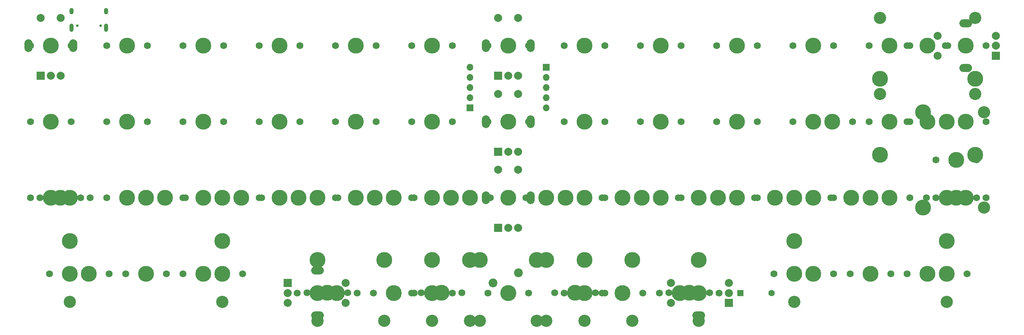
<source format=gbr>
%TF.GenerationSoftware,KiCad,Pcbnew,(6.0.11)*%
%TF.CreationDate,2023-03-20T14:57:06+01:00*%
%TF.ProjectId,alpha-curISO_routingv6,616c7068-612d-4637-9572-49534f5f726f,rev?*%
%TF.SameCoordinates,Original*%
%TF.FileFunction,Soldermask,Top*%
%TF.FilePolarity,Negative*%
%FSLAX46Y46*%
G04 Gerber Fmt 4.6, Leading zero omitted, Abs format (unit mm)*
G04 Created by KiCad (PCBNEW (6.0.11)) date 2023-03-20 14:57:06*
%MOMM*%
%LPD*%
G01*
G04 APERTURE LIST*
%ADD10C,1.750000*%
%ADD11C,3.987800*%
%ADD12C,3.048000*%
%ADD13O,2.000000X3.200000*%
%ADD14R,2.000000X2.000000*%
%ADD15C,2.000000*%
%ADD16O,3.200000X2.000000*%
%ADD17C,4.000000*%
%ADD18C,2.200000*%
%ADD19R,1.700000X1.700000*%
%ADD20O,1.700000X1.700000*%
%ADD21R,1.600000X1.600000*%
%ADD22C,1.600000*%
%ADD23C,0.650000*%
%ADD24O,1.000000X1.600000*%
%ADD25O,1.000000X2.100000*%
G04 APERTURE END LIST*
D10*
%TO.C,SW26(1.5)1*%
X262255000Y-77787500D03*
X252095000Y-77787500D03*
D11*
X257175000Y-77787500D03*
%TD*%
%TO.C,SW26(ISO)1*%
X259556250Y-87312500D03*
D10*
X254476250Y-87312500D03*
X264636250Y-87312500D03*
D12*
X266541250Y-99250500D03*
X266541250Y-75374500D03*
D11*
X251301250Y-99250500D03*
X251301250Y-75374500D03*
%TD*%
D10*
%TO.C,SW30(ortho)1*%
X95567500Y-96820487D03*
D11*
X90487500Y-96820487D03*
D10*
X85407500Y-96820487D03*
%TD*%
%TO.C,SW12*%
X247967500Y-58737500D03*
D11*
X242887500Y-58737500D03*
D10*
X237807500Y-58737500D03*
%TD*%
D11*
%TO.C,SW31(ortho)1*%
X109537500Y-96820487D03*
D10*
X114617500Y-96820487D03*
X104457500Y-96820487D03*
%TD*%
%TO.C,SW43(1.75)1*%
X136062566Y-120635521D03*
X125902566Y-120635521D03*
D11*
X130982566Y-120635521D03*
%TD*%
D10*
%TO.C,SW48*%
X243205000Y-115887500D03*
X233045000Y-115887500D03*
D11*
X238125000Y-115887500D03*
%TD*%
D10*
%TO.C,SW33(1.5stagger)1*%
X152082500Y-96820487D03*
D11*
X157162500Y-96820487D03*
D10*
X162242500Y-96820487D03*
%TD*%
D13*
%TO.C,SW_rotary3*%
X153237500Y-58737500D03*
X142037500Y-58737500D03*
D14*
X145137500Y-66237500D03*
D15*
X150137500Y-66237500D03*
X147637500Y-66237500D03*
X150137500Y-51737500D03*
X145137500Y-51737500D03*
%TD*%
D10*
%TO.C,SW42(3)1*%
X124142500Y-120650000D03*
X113982500Y-120650000D03*
D11*
X119062500Y-120650000D03*
D12*
X138112500Y-127635000D03*
D11*
X100012500Y-112395000D03*
X138112500Y-112395000D03*
D12*
X100012500Y-127635000D03*
%TD*%
D10*
%TO.C,SW32(ortho)1*%
X133667500Y-96820487D03*
X123507500Y-96820487D03*
D11*
X128587500Y-96820487D03*
%TD*%
%TO.C,SW42(1)1*%
X100012500Y-120650000D03*
D10*
X105092500Y-120650000D03*
X94932500Y-120650000D03*
%TD*%
%TO.C,SW34(1.5stagger)1*%
X171132500Y-96820487D03*
D11*
X176212500Y-96820487D03*
D10*
X181292500Y-96820487D03*
%TD*%
%TO.C,SW21*%
X171767500Y-77787500D03*
D11*
X166687500Y-77787500D03*
D10*
X161607500Y-77787500D03*
%TD*%
D11*
%TO.C,SW28*%
X57150000Y-96820487D03*
D10*
X52070000Y-96820487D03*
X62230000Y-96820487D03*
%TD*%
D11*
%TO.C,SW8*%
X166687500Y-58737500D03*
D10*
X161607500Y-58737500D03*
X171767500Y-58737500D03*
%TD*%
%TO.C,SW28(1.5stagger)1*%
X66992500Y-96820487D03*
D11*
X61912500Y-96820487D03*
D10*
X56832500Y-96820487D03*
%TD*%
%TO.C,SW46(1.5)1*%
X195580000Y-120650000D03*
D11*
X190500000Y-120650000D03*
D10*
X185420000Y-120650000D03*
%TD*%
%TO.C,SW23*%
X209867500Y-77787500D03*
X199707500Y-77787500D03*
D11*
X204787500Y-77787500D03*
%TD*%
D10*
%TO.C,SW36*%
X224155000Y-96820487D03*
D11*
X219075000Y-96820487D03*
D10*
X213995000Y-96820487D03*
%TD*%
D11*
%TO.C,SW12(2)1*%
X240506250Y-66992500D03*
X252412500Y-58737500D03*
X264318750Y-66992500D03*
D10*
X247332500Y-58737500D03*
D12*
X240506250Y-51752500D03*
D10*
X257492500Y-58737500D03*
D12*
X264318750Y-51752500D03*
%TD*%
D11*
%TO.C,SW15*%
X52387500Y-77787500D03*
D10*
X57467500Y-77787500D03*
X47307500Y-77787500D03*
%TD*%
%TO.C,SW50(ortho)1*%
X152717500Y-96820487D03*
D11*
X147637500Y-96820487D03*
D10*
X142557500Y-96820487D03*
%TD*%
D11*
%TO.C,SW39(1.5)1*%
X42862500Y-115887500D03*
D10*
X37782500Y-115887500D03*
X47942500Y-115887500D03*
%TD*%
D11*
%TO.C,SW6*%
X128587500Y-58737500D03*
D10*
X133667500Y-58737500D03*
X123507500Y-58737500D03*
%TD*%
%TO.C,SW31*%
X109220000Y-96820487D03*
D11*
X114300000Y-96820487D03*
D10*
X119380000Y-96820487D03*
%TD*%
%TO.C,SW37(1.5stagger)1*%
X238442500Y-96820487D03*
D11*
X233362500Y-96820487D03*
D10*
X228282500Y-96820487D03*
%TD*%
%TO.C,SW38(1.25)1*%
X254475000Y-96820487D03*
X264635000Y-96820487D03*
D11*
X259555000Y-96820487D03*
%TD*%
D10*
%TO.C,SW47*%
X213995000Y-115887500D03*
X224155000Y-115887500D03*
D11*
X219075000Y-115887500D03*
%TD*%
D10*
%TO.C,SW46(1)1*%
X200342500Y-120650000D03*
X190182500Y-120650000D03*
D11*
X195262500Y-120650000D03*
%TD*%
%TO.C,SW1*%
X33337500Y-58737500D03*
D10*
X38417500Y-58737500D03*
X28257500Y-58737500D03*
%TD*%
%TO.C,SW37(ortho)1*%
X247967500Y-96820487D03*
X237807500Y-96820487D03*
D11*
X242887500Y-96820487D03*
%TD*%
D10*
%TO.C,SW41(1.5)1*%
X76517500Y-115887500D03*
X66357500Y-115887500D03*
D11*
X71437500Y-115887500D03*
%TD*%
%TO.C,SW27(ortho)1*%
X33337500Y-96820487D03*
D10*
X38417500Y-96820487D03*
X28257500Y-96820487D03*
%TD*%
D11*
%TO.C,SW38(1.5)1*%
X257175000Y-96820487D03*
D10*
X262255000Y-96820487D03*
X252095000Y-96820487D03*
%TD*%
D16*
%TO.C,SW_rotary2*%
X261937500Y-53137500D03*
X261937500Y-64337500D03*
D14*
X269437500Y-61237500D03*
D15*
X269437500Y-56237500D03*
X269437500Y-58737500D03*
X254937500Y-56237500D03*
X254937500Y-61237500D03*
%TD*%
D16*
%TO.C,SW_rotary6*%
X195262500Y-126250000D03*
D14*
X202762500Y-123150000D03*
D15*
X202762500Y-118150000D03*
X202762500Y-120650000D03*
X188262500Y-118150000D03*
X188262500Y-123150000D03*
%TD*%
D10*
%TO.C,SW9*%
X180657500Y-58737500D03*
X190817500Y-58737500D03*
D11*
X185737500Y-58737500D03*
%TD*%
%TO.C,SW33*%
X161925000Y-96820487D03*
D10*
X156845000Y-96820487D03*
X167005000Y-96820487D03*
%TD*%
%TO.C,SW43(2)1*%
X133667500Y-120650000D03*
D12*
X116681250Y-127635000D03*
D10*
X123507500Y-120650000D03*
D11*
X116681250Y-112395000D03*
X128587500Y-120650000D03*
D12*
X140493750Y-127635000D03*
D11*
X140493750Y-112395000D03*
%TD*%
D17*
%TO.C,SW44(4)1*%
X147637500Y-120650000D03*
D11*
X178625500Y-112420400D03*
D12*
X116649500Y-127635000D03*
X178625500Y-127660400D03*
D11*
X116649500Y-112395000D03*
D18*
X143827500Y-118110000D03*
X150177500Y-115570000D03*
%TD*%
D10*
%TO.C,SW33(ortho)1*%
X171767500Y-96820487D03*
X161607500Y-96820487D03*
D11*
X166687500Y-96820487D03*
%TD*%
%TO.C,SW10*%
X204787500Y-58737500D03*
D10*
X199707500Y-58737500D03*
X209867500Y-58737500D03*
%TD*%
D11*
%TO.C,SW18*%
X109537500Y-77787500D03*
D10*
X114617500Y-77787500D03*
X104457500Y-77787500D03*
%TD*%
%TO.C,SW34(ortho)1*%
X180657500Y-96820487D03*
D11*
X185737500Y-96820487D03*
D10*
X190817500Y-96820487D03*
%TD*%
D11*
%TO.C,SW36(ortho)1*%
X223837500Y-96820487D03*
D10*
X218757500Y-96820487D03*
X228917500Y-96820487D03*
%TD*%
D16*
%TO.C,SW_rotary5*%
X100012500Y-126250000D03*
X100012500Y-115050000D03*
D14*
X92512500Y-118150000D03*
D15*
X92512500Y-123150000D03*
X92512500Y-120650000D03*
X107012500Y-123150000D03*
X107012500Y-118150000D03*
%TD*%
D10*
%TO.C,SW2*%
X47307500Y-58737500D03*
X57467500Y-58737500D03*
D11*
X52387500Y-58737500D03*
%TD*%
%TO.C,SW38(ortho)1*%
X261937500Y-96820487D03*
D10*
X256857500Y-96820487D03*
X267017500Y-96820487D03*
%TD*%
D11*
%TO.C,SW49(1.5)1*%
X252412500Y-115887500D03*
D10*
X257492500Y-115887500D03*
X247332500Y-115887500D03*
%TD*%
%TO.C,SW34*%
X175895000Y-96820487D03*
X186055000Y-96820487D03*
D11*
X180975000Y-96820487D03*
%TD*%
D10*
%TO.C,SW4*%
X85407500Y-58737500D03*
X95567500Y-58737500D03*
D11*
X90487500Y-58737500D03*
%TD*%
D10*
%TO.C,SW13*%
X267017500Y-58737500D03*
D11*
X261937500Y-58737500D03*
D10*
X256857500Y-58737500D03*
%TD*%
%TO.C,SW35(ortho)1*%
X199707500Y-96820487D03*
D11*
X204787500Y-96820487D03*
D10*
X209867500Y-96820487D03*
%TD*%
%TO.C,SW32*%
X138430000Y-96820487D03*
D11*
X133350000Y-96820487D03*
D10*
X128270000Y-96820487D03*
%TD*%
D11*
%TO.C,SW29(ortho)1*%
X71437500Y-96820487D03*
D10*
X76517500Y-96820487D03*
X66357500Y-96820487D03*
%TD*%
D11*
%TO.C,SW30(1.5stagger)1*%
X100012500Y-96820487D03*
D10*
X105092500Y-96820487D03*
X94932500Y-96820487D03*
%TD*%
%TO.C,SW29(1.5stagger)1*%
X86042500Y-96820487D03*
X75882500Y-96820487D03*
D11*
X80962500Y-96820487D03*
%TD*%
D10*
%TO.C,SW45(2)1*%
X161607500Y-120650000D03*
D12*
X154781250Y-127635000D03*
X178593750Y-127635000D03*
D11*
X166687500Y-120650000D03*
X178593750Y-112395000D03*
X154781250Y-112395000D03*
D10*
X171767500Y-120650000D03*
%TD*%
D11*
%TO.C,SW46(1.25)1*%
X192895066Y-120635521D03*
D10*
X197975066Y-120635521D03*
X187815066Y-120635521D03*
%TD*%
%TO.C,SW16*%
X66357500Y-77787500D03*
X76517500Y-77787500D03*
D11*
X71437500Y-77787500D03*
%TD*%
D10*
%TO.C,SW25*%
X247967500Y-77787500D03*
D11*
X242887500Y-77787500D03*
D10*
X237807500Y-77787500D03*
%TD*%
D11*
%TO.C,SW46(3)1*%
X157162500Y-112395000D03*
X195262500Y-112395000D03*
D12*
X195262500Y-127635000D03*
D10*
X171132500Y-120650000D03*
D12*
X157162500Y-127635000D03*
D10*
X181292500Y-120650000D03*
D11*
X176212500Y-120650000D03*
%TD*%
D10*
%TO.C,SW39*%
X33020000Y-115887500D03*
D11*
X38100000Y-115887500D03*
D10*
X43180000Y-115887500D03*
%TD*%
%TO.C,SW19*%
X123507500Y-77787500D03*
D11*
X128587500Y-77787500D03*
D10*
X133667500Y-77787500D03*
%TD*%
D19*
%TO.C,J2*%
X157162500Y-64135000D03*
D20*
X157162500Y-66675000D03*
X157162500Y-69215000D03*
X157162500Y-71755000D03*
X157162500Y-74295000D03*
%TD*%
D11*
%TO.C,SW44(6)1*%
X195262500Y-112395000D03*
X147637500Y-120650000D03*
X100012500Y-112395000D03*
D12*
X100012500Y-127635000D03*
D10*
X152717500Y-120650000D03*
X142557500Y-120650000D03*
D12*
X195262500Y-127635000D03*
%TD*%
D10*
%TO.C,SW35*%
X194945000Y-96820487D03*
D11*
X200025000Y-96820487D03*
D10*
X205105000Y-96820487D03*
%TD*%
D11*
%TO.C,SW37*%
X238125000Y-96820487D03*
D10*
X243205000Y-96820487D03*
X233045000Y-96820487D03*
%TD*%
D11*
%TO.C,SW20*%
X147637500Y-77787500D03*
D10*
X152717500Y-77787500D03*
X142557500Y-77787500D03*
%TD*%
D11*
%TO.C,SW11*%
X223837500Y-58737500D03*
D10*
X218757500Y-58737500D03*
X228917500Y-58737500D03*
%TD*%
%TO.C,SW24(1.5)1*%
X233680000Y-77787500D03*
D11*
X228600000Y-77787500D03*
D10*
X223520000Y-77787500D03*
%TD*%
D11*
%TO.C,SW7*%
X147637500Y-58737500D03*
D10*
X142557500Y-58737500D03*
X152717500Y-58737500D03*
%TD*%
D11*
%TO.C,SW40*%
X57150000Y-115887500D03*
D10*
X52070000Y-115887500D03*
X62230000Y-115887500D03*
%TD*%
D12*
%TO.C,SW26(2)1*%
X264318750Y-70802500D03*
D10*
X257492500Y-77787500D03*
X247332500Y-77787500D03*
D11*
X240506250Y-86042500D03*
D12*
X240506250Y-70802500D03*
D11*
X264318750Y-86042500D03*
X252412500Y-77787500D03*
%TD*%
D10*
%TO.C,SW48(3)1*%
X243205000Y-115887500D03*
X233045000Y-115887500D03*
D12*
X257175000Y-122872500D03*
D11*
X219075000Y-107632500D03*
X257175000Y-107632500D03*
D12*
X219075000Y-122872500D03*
D11*
X238125000Y-115887500D03*
%TD*%
D13*
%TO.C,SW_rotary1*%
X27737500Y-58737500D03*
X38937500Y-58737500D03*
D14*
X30837500Y-66237500D03*
D15*
X35837500Y-66237500D03*
X33337500Y-66237500D03*
X35837500Y-51737500D03*
X30837500Y-51737500D03*
%TD*%
D13*
%TO.C,SW_rotary4*%
X153237500Y-77787500D03*
X142037500Y-77787500D03*
D14*
X145137500Y-85287500D03*
D15*
X150137500Y-85287500D03*
X147637500Y-85287500D03*
X150137500Y-70787500D03*
X145137500Y-70787500D03*
%TD*%
D10*
%TO.C,SW36(1.5stagger)1*%
X209232500Y-96820487D03*
D11*
X214312500Y-96820487D03*
D10*
X219392500Y-96820487D03*
%TD*%
%TO.C,SW5*%
X104457500Y-58737500D03*
X114617500Y-58737500D03*
D11*
X109537500Y-58737500D03*
%TD*%
D12*
%TO.C,SW44(3)1*%
X166687500Y-127635000D03*
D11*
X147637500Y-120650000D03*
X128587500Y-112395000D03*
D12*
X128587500Y-127635000D03*
D10*
X142557500Y-120650000D03*
D11*
X166687500Y-112395000D03*
D10*
X152717500Y-120650000D03*
%TD*%
D21*
%TO.C,R8*%
X205650000Y-120650000D03*
D22*
X213450000Y-120650000D03*
%TD*%
D13*
%TO.C,SW_rotary7*%
X153237500Y-96820487D03*
X142037500Y-96820487D03*
D14*
X145137500Y-104320487D03*
D15*
X150137500Y-104320487D03*
X147637500Y-104320487D03*
X150137500Y-89820487D03*
X145137500Y-89820487D03*
%TD*%
D10*
%TO.C,SW22*%
X190817500Y-77787500D03*
X180657500Y-77787500D03*
D11*
X185737500Y-77787500D03*
%TD*%
D10*
%TO.C,SW27(1.5)1*%
X33020000Y-96820487D03*
D11*
X38100000Y-96820487D03*
D10*
X43180000Y-96820487D03*
%TD*%
%TO.C,SW42(1.25)1*%
X97327566Y-120635521D03*
X107487566Y-120635521D03*
D11*
X102407566Y-120635521D03*
%TD*%
D10*
%TO.C,SW42(1.5)1*%
X109855000Y-120650000D03*
X99695000Y-120650000D03*
D11*
X104775000Y-120650000D03*
%TD*%
D10*
%TO.C,SW27(1.25)1*%
X30640000Y-96820487D03*
X40800000Y-96820487D03*
D11*
X35720000Y-96820487D03*
%TD*%
%TO.C,SW49*%
X257175000Y-115887500D03*
D10*
X252095000Y-115887500D03*
X262255000Y-115887500D03*
%TD*%
D11*
%TO.C,SW26*%
X261937500Y-77787500D03*
D10*
X256857500Y-77787500D03*
X267017500Y-77787500D03*
%TD*%
D11*
%TO.C,SW28(ortho)1*%
X52387500Y-96820487D03*
D10*
X47307500Y-96820487D03*
X57467500Y-96820487D03*
%TD*%
%TO.C,SW24*%
X218757500Y-77787500D03*
X228917500Y-77787500D03*
D11*
X223837500Y-77787500D03*
%TD*%
D10*
%TO.C,SW17*%
X95567500Y-77787500D03*
X85407500Y-77787500D03*
D11*
X90487500Y-77787500D03*
%TD*%
%TO.C,SW40(3)1*%
X76200000Y-107632500D03*
D10*
X62230000Y-115887500D03*
D12*
X76200000Y-122872500D03*
X38100000Y-122872500D03*
D11*
X57150000Y-115887500D03*
X38100000Y-107632500D03*
D10*
X52070000Y-115887500D03*
%TD*%
%TO.C,SW3*%
X76517500Y-58737500D03*
D11*
X71437500Y-58737500D03*
D10*
X66357500Y-58737500D03*
%TD*%
%TO.C,SW45(1.75)1*%
X169400066Y-120635521D03*
X159240066Y-120635521D03*
D11*
X164320066Y-120635521D03*
%TD*%
%TO.C,SW14*%
X33337500Y-77787500D03*
D10*
X38417500Y-77787500D03*
X28257500Y-77787500D03*
%TD*%
%TO.C,SW41*%
X81280000Y-115887500D03*
D11*
X76200000Y-115887500D03*
D10*
X71120000Y-115887500D03*
%TD*%
%TO.C,SW47(1.5)1*%
X228917500Y-115887500D03*
D11*
X223837500Y-115887500D03*
D10*
X218757500Y-115887500D03*
%TD*%
%TO.C,SW35(1.5stagger)1*%
X190182500Y-96820487D03*
D11*
X195262500Y-96820487D03*
D10*
X200342500Y-96820487D03*
%TD*%
D11*
%TO.C,SW30*%
X95250000Y-96820487D03*
D10*
X100330000Y-96820487D03*
X90170000Y-96820487D03*
%TD*%
%TO.C,SW32(1.5stagger)1*%
X143192500Y-96820487D03*
X133032500Y-96820487D03*
D11*
X138112500Y-96820487D03*
%TD*%
D10*
%TO.C,SW31(1.5stagger)1*%
X113982500Y-96820487D03*
X124142500Y-96820487D03*
D11*
X119062500Y-96820487D03*
%TD*%
D10*
%TO.C,SW29*%
X81280000Y-96820487D03*
X71120000Y-96820487D03*
D11*
X76200000Y-96820487D03*
%TD*%
D23*
%TO.C,USB1*%
X39972500Y-53686838D03*
X45752500Y-53686838D03*
D24*
X47182500Y-50036838D03*
D25*
X38542500Y-54216838D03*
X47182500Y-54216838D03*
D24*
X38542500Y-50036838D03*
%TD*%
D19*
%TO.C,J1*%
X138074000Y-74265000D03*
D20*
X138074000Y-71725000D03*
X138074000Y-69185000D03*
X138074000Y-66645000D03*
X138074000Y-64105000D03*
%TD*%
M02*

</source>
